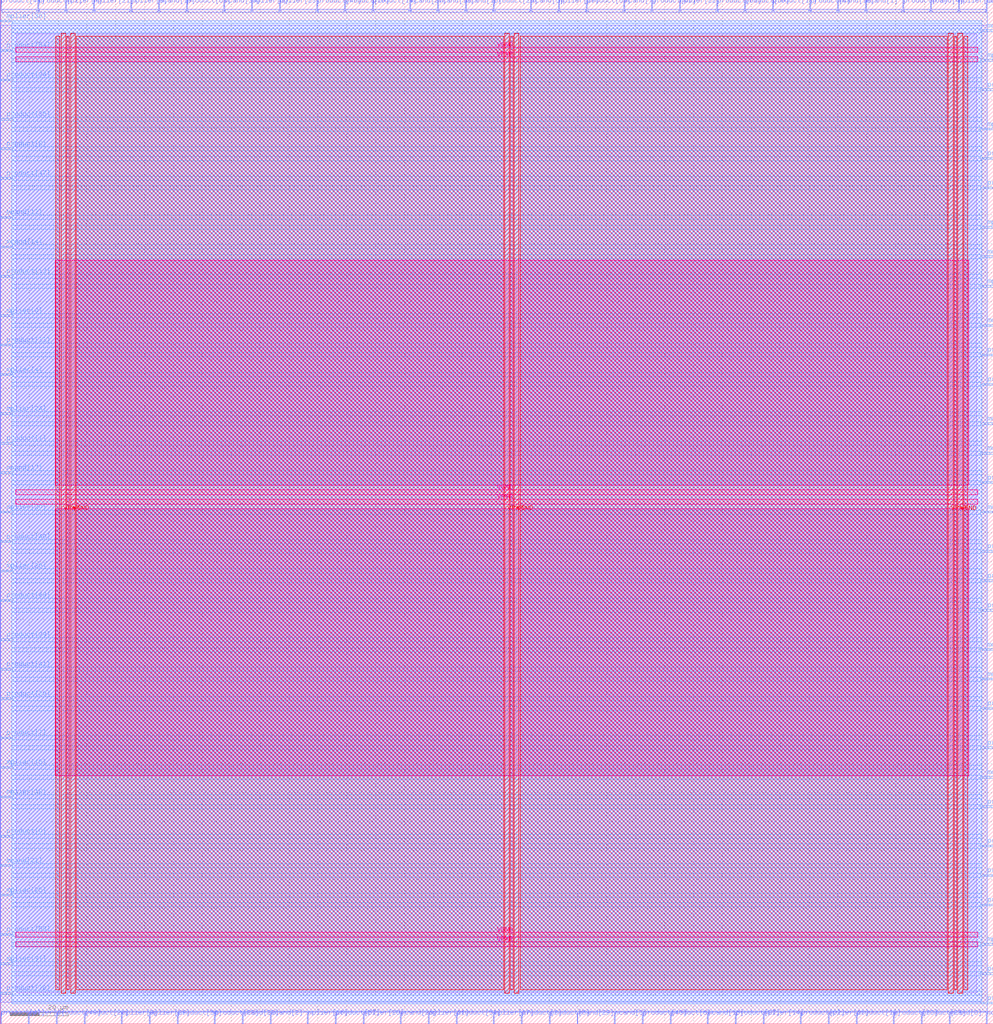
<source format=lef>
VERSION 5.7 ;
  NOWIREEXTENSIONATPIN ON ;
  DIVIDERCHAR "/" ;
  BUSBITCHARS "[]" ;
MACRO mult_comb_32x32
  CLASS BLOCK ;
  FOREIGN mult_comb_32x32 ;
  ORIGIN 0.000 0.000 ;
  SIZE 343.765 BY 354.485 ;
  PIN VGND
    DIRECTION INOUT ;
    USE GROUND ;
    PORT
      LAYER met4 ;
        RECT 24.340 10.640 25.940 342.960 ;
    END
    PORT
      LAYER met4 ;
        RECT 177.940 10.640 179.540 342.960 ;
    END
    PORT
      LAYER met4 ;
        RECT 331.540 10.640 333.140 342.960 ;
    END
    PORT
      LAYER met5 ;
        RECT 5.280 30.030 338.340 31.630 ;
    END
    PORT
      LAYER met5 ;
        RECT 5.280 183.210 338.340 184.810 ;
    END
    PORT
      LAYER met5 ;
        RECT 5.280 336.390 338.340 337.990 ;
    END
  END VGND
  PIN VPWR
    DIRECTION INOUT ;
    USE POWER ;
    PORT
      LAYER met4 ;
        RECT 21.040 10.640 22.640 342.960 ;
    END
    PORT
      LAYER met4 ;
        RECT 174.640 10.640 176.240 342.960 ;
    END
    PORT
      LAYER met4 ;
        RECT 328.240 10.640 329.840 342.960 ;
    END
    PORT
      LAYER met5 ;
        RECT 5.280 26.730 338.340 28.330 ;
    END
    PORT
      LAYER met5 ;
        RECT 5.280 179.910 338.340 181.510 ;
    END
    PORT
      LAYER met5 ;
        RECT 5.280 333.090 338.340 334.690 ;
    END
  END VPWR
  PIN mcand[0]
    DIRECTION INPUT ;
    USE SIGNAL ;
    ANTENNAGATEAREA 0.426000 ;
    PORT
      LAYER met3 ;
        RECT 339.765 343.440 343.765 344.040 ;
    END
  END mcand[0]
  PIN mcand[10]
    DIRECTION INPUT ;
    USE SIGNAL ;
    ANTENNAGATEAREA 0.159000 ;
    PORT
      LAYER met3 ;
        RECT 339.765 129.240 343.765 129.840 ;
    END
  END mcand[10]
  PIN mcand[11]
    DIRECTION INPUT ;
    USE SIGNAL ;
    ANTENNAGATEAREA 0.247500 ;
    PORT
      LAYER met3 ;
        RECT 339.765 197.240 343.765 197.840 ;
    END
  END mcand[11]
  PIN mcand[12]
    DIRECTION INPUT ;
    USE SIGNAL ;
    ANTENNAGATEAREA 0.213000 ;
    PORT
      LAYER met3 ;
        RECT 0.000 278.840 4.000 279.440 ;
    END
  END mcand[12]
  PIN mcand[13]
    DIRECTION INPUT ;
    USE SIGNAL ;
    ANTENNAGATEAREA 0.247500 ;
    PORT
      LAYER met2 ;
        RECT 151.430 350.485 151.710 354.485 ;
    END
  END mcand[13]
  PIN mcand[14]
    DIRECTION INPUT ;
    USE SIGNAL ;
    ANTENNAGATEAREA 0.247500 ;
    PORT
      LAYER met3 ;
        RECT 0.000 268.640 4.000 269.240 ;
    END
  END mcand[14]
  PIN mcand[15]
    DIRECTION INPUT ;
    USE SIGNAL ;
    ANTENNAGATEAREA 0.159000 ;
    PORT
      LAYER met2 ;
        RECT 161.090 350.485 161.370 354.485 ;
    END
  END mcand[15]
  PIN mcand[16]
    DIRECTION INPUT ;
    USE SIGNAL ;
    ANTENNAGATEAREA 0.213000 ;
    PORT
      LAYER met2 ;
        RECT 244.810 0.000 245.090 4.000 ;
    END
  END mcand[16]
  PIN mcand[17]
    DIRECTION INPUT ;
    USE SIGNAL ;
    ANTENNAGATEAREA 0.213000 ;
    PORT
      LAYER met3 ;
        RECT 0.000 190.440 4.000 191.040 ;
    END
  END mcand[17]
  PIN mcand[18]
    DIRECTION INPUT ;
    USE SIGNAL ;
    ANTENNAGATEAREA 0.247500 ;
    PORT
      LAYER met2 ;
        RECT 289.890 350.485 290.170 354.485 ;
    END
  END mcand[18]
  PIN mcand[19]
    DIRECTION INPUT ;
    USE SIGNAL ;
    ANTENNAGATEAREA 0.247500 ;
    PORT
      LAYER met2 ;
        RECT 54.830 350.485 55.110 354.485 ;
    END
  END mcand[19]
  PIN mcand[1]
    DIRECTION INPUT ;
    USE SIGNAL ;
    ANTENNAGATEAREA 0.159000 ;
    PORT
      LAYER met2 ;
        RECT 299.550 350.485 299.830 354.485 ;
    END
  END mcand[1]
  PIN mcand[20]
    DIRECTION INPUT ;
    USE SIGNAL ;
    ANTENNAGATEAREA 0.247500 ;
    PORT
      LAYER met2 ;
        RECT 341.410 0.000 341.690 4.000 ;
    END
  END mcand[20]
  PIN mcand[21]
    DIRECTION INPUT ;
    USE SIGNAL ;
    ANTENNAGATEAREA 0.213000 ;
    PORT
      LAYER met3 ;
        RECT 0.000 54.440 4.000 55.040 ;
    END
  END mcand[21]
  PIN mcand[22]
    DIRECTION INPUT ;
    USE SIGNAL ;
    ANTENNAGATEAREA 0.213000 ;
    PORT
      LAYER met2 ;
        RECT 83.810 0.000 84.090 4.000 ;
    END
  END mcand[22]
  PIN mcand[23]
    DIRECTION INPUT ;
    USE SIGNAL ;
    ANTENNAGATEAREA 0.213000 ;
    PORT
      LAYER met3 ;
        RECT 339.765 119.040 343.765 119.640 ;
    END
  END mcand[23]
  PIN mcand[24]
    DIRECTION INPUT ;
    USE SIGNAL ;
    ANTENNAGATEAREA 0.247500 ;
    PORT
      LAYER met2 ;
        RECT 341.410 350.485 341.690 354.485 ;
    END
  END mcand[24]
  PIN mcand[25]
    DIRECTION INPUT ;
    USE SIGNAL ;
    ANTENNAGATEAREA 0.159000 ;
    PORT
      LAYER met3 ;
        RECT 339.765 85.040 343.765 85.640 ;
    END
  END mcand[25]
  PIN mcand[26]
    DIRECTION INPUT ;
    USE SIGNAL ;
    ANTENNAGATEAREA 0.247500 ;
    PORT
      LAYER met2 ;
        RECT 138.550 0.000 138.830 4.000 ;
    END
  END mcand[26]
  PIN mcand[27]
    DIRECTION INPUT ;
    USE SIGNAL ;
    ANTENNAGATEAREA 0.159000 ;
    PORT
      LAYER met2 ;
        RECT 141.770 350.485 142.050 354.485 ;
    END
  END mcand[27]
  PIN mcand[28]
    DIRECTION INPUT ;
    USE SIGNAL ;
    ANTENNAGATEAREA 0.213000 ;
    PORT
      LAYER met3 ;
        RECT 339.765 265.240 343.765 265.840 ;
    END
  END mcand[28]
  PIN mcand[29]
    DIRECTION INPUT ;
    USE SIGNAL ;
    ANTENNAGATEAREA 0.247500 ;
    PORT
      LAYER met2 ;
        RECT 199.730 0.000 200.010 4.000 ;
    END
  END mcand[29]
  PIN mcand[2]
    DIRECTION INPUT ;
    USE SIGNAL ;
    ANTENNAGATEAREA 0.196500 ;
    PORT
      LAYER met2 ;
        RECT 93.470 0.000 93.750 4.000 ;
    END
  END mcand[2]
  PIN mcand[30]
    DIRECTION INPUT ;
    USE SIGNAL ;
    ANTENNAGATEAREA 0.196500 ;
    PORT
      LAYER met2 ;
        RECT 77.370 350.485 77.650 354.485 ;
    END
  END mcand[30]
  PIN mcand[31]
    DIRECTION INPUT ;
    USE SIGNAL ;
    ANTENNAGATEAREA 0.196500 ;
    PORT
      LAYER met3 ;
        RECT 339.765 207.440 343.765 208.040 ;
    END
  END mcand[31]
  PIN mcand[3]
    DIRECTION INPUT ;
    USE SIGNAL ;
    ANTENNAGATEAREA 0.196500 ;
    PORT
      LAYER met2 ;
        RECT 212.610 0.000 212.890 4.000 ;
    END
  END mcand[3]
  PIN mcand[4]
    DIRECTION INPUT ;
    USE SIGNAL ;
    ANTENNAGATEAREA 0.426000 ;
    PORT
      LAYER met2 ;
        RECT 322.090 350.485 322.370 354.485 ;
    END
  END mcand[4]
  PIN mcand[5]
    DIRECTION INPUT ;
    USE SIGNAL ;
    ANTENNAGATEAREA 0.213000 ;
    PORT
      LAYER met2 ;
        RECT 183.630 350.485 183.910 354.485 ;
    END
  END mcand[5]
  PIN mcand[6]
    DIRECTION INPUT ;
    USE SIGNAL ;
    ANTENNAGATEAREA 0.213000 ;
    PORT
      LAYER met3 ;
        RECT 339.765 241.440 343.765 242.040 ;
    END
  END mcand[6]
  PIN mcand[7]
    DIRECTION INPUT ;
    USE SIGNAL ;
    ANTENNAGATEAREA 0.213000 ;
    PORT
      LAYER met2 ;
        RECT 215.830 350.485 216.110 354.485 ;
    END
  END mcand[7]
  PIN mcand[8]
    DIRECTION INPUT ;
    USE SIGNAL ;
    ANTENNAGATEAREA 0.247500 ;
    PORT
      LAYER met2 ;
        RECT 328.530 0.000 328.810 4.000 ;
    END
  END mcand[8]
  PIN mcand[9]
    DIRECTION INPUT ;
    USE SIGNAL ;
    ANTENNAGATEAREA 0.213000 ;
    PORT
      LAYER met3 ;
        RECT 339.765 176.840 343.765 177.440 ;
    END
  END mcand[9]
  PIN mplier[0]
    DIRECTION INPUT ;
    USE SIGNAL ;
    ANTENNAGATEAREA 0.213000 ;
    PORT
      LAYER met3 ;
        RECT 0.000 244.840 4.000 245.440 ;
    END
  END mplier[0]
  PIN mplier[10]
    DIRECTION INPUT ;
    USE SIGNAL ;
    ANTENNAGATEAREA 0.247500 ;
    PORT
      LAYER met3 ;
        RECT 339.765 255.040 343.765 255.640 ;
    END
  END mplier[10]
  PIN mplier[11]
    DIRECTION INPUT ;
    USE SIGNAL ;
    ANTENNAGATEAREA 0.213000 ;
    PORT
      LAYER met2 ;
        RECT 148.210 0.000 148.490 4.000 ;
    END
  END mplier[11]
  PIN mplier[12]
    DIRECTION INPUT ;
    USE SIGNAL ;
    ANTENNAGATEAREA 0.213000 ;
    PORT
      LAYER met2 ;
        RECT 331.750 350.485 332.030 354.485 ;
    END
  END mplier[12]
  PIN mplier[13]
    DIRECTION INPUT ;
    USE SIGNAL ;
    ANTENNAGATEAREA 0.247500 ;
    PORT
      LAYER met2 ;
        RECT 286.670 0.000 286.950 4.000 ;
    END
  END mplier[13]
  PIN mplier[14]
    DIRECTION INPUT ;
    USE SIGNAL ;
    ANTENNAGATEAREA 0.213000 ;
    PORT
      LAYER met2 ;
        RECT 264.130 0.000 264.410 4.000 ;
    END
  END mplier[14]
  PIN mplier[15]
    DIRECTION INPUT ;
    USE SIGNAL ;
    ANTENNAGATEAREA 0.196500 ;
    PORT
      LAYER met3 ;
        RECT 0.000 88.440 4.000 89.040 ;
    END
  END mplier[15]
  PIN mplier[16]
    DIRECTION INPUT ;
    USE SIGNAL ;
    ANTENNAGATEAREA 0.213000 ;
    PORT
      LAYER met2 ;
        RECT 106.350 0.000 106.630 4.000 ;
    END
  END mplier[16]
  PIN mplier[17]
    DIRECTION INPUT ;
    USE SIGNAL ;
    ANTENNAGATEAREA 0.159000 ;
    PORT
      LAYER met2 ;
        RECT 170.750 0.000 171.030 4.000 ;
    END
  END mplier[17]
  PIN mplier[18]
    DIRECTION INPUT ;
    USE SIGNAL ;
    ANTENNAGATEAREA 0.213000 ;
    PORT
      LAYER met3 ;
        RECT 0.000 78.240 4.000 78.840 ;
    END
  END mplier[18]
  PIN mplier[19]
    DIRECTION INPUT ;
    USE SIGNAL ;
    ANTENNAGATEAREA 0.247500 ;
    PORT
      LAYER met2 ;
        RECT 193.290 350.485 193.570 354.485 ;
    END
  END mplier[19]
  PIN mplier[1]
    DIRECTION INPUT ;
    USE SIGNAL ;
    ANTENNAGATEAREA 0.159000 ;
    PORT
      LAYER met2 ;
        RECT 9.750 0.000 10.030 4.000 ;
    END
  END mplier[1]
  PIN mplier[20]
    DIRECTION INPUT ;
    USE SIGNAL ;
    ANTENNAGATEAREA 0.213000 ;
    PORT
      LAYER met3 ;
        RECT 0.000 176.840 4.000 177.440 ;
    END
  END mplier[20]
  PIN mplier[21]
    DIRECTION INPUT ;
    USE SIGNAL ;
    ANTENNAGATEAREA 0.213000 ;
    PORT
      LAYER met2 ;
        RECT 32.290 350.485 32.570 354.485 ;
    END
  END mplier[21]
  PIN mplier[22]
    DIRECTION INPUT ;
    USE SIGNAL ;
    ANTENNAGATEAREA 0.213000 ;
    PORT
      LAYER met2 ;
        RECT 235.150 350.485 235.430 354.485 ;
    END
  END mplier[22]
  PIN mplier[23]
    DIRECTION INPUT ;
    USE SIGNAL ;
    ANTENNAGATEAREA 0.159000 ;
    PORT
      LAYER met2 ;
        RECT 96.690 350.485 96.970 354.485 ;
    END
  END mplier[23]
  PIN mplier[24]
    DIRECTION INPUT ;
    USE SIGNAL ;
    ANTENNAGATEAREA 0.213000 ;
    PORT
      LAYER met3 ;
        RECT 0.000 210.840 4.000 211.440 ;
    END
  END mplier[24]
  PIN mplier[25]
    DIRECTION INPUT ;
    USE SIGNAL ;
    ANTENNAGATEAREA 0.126000 ;
    PORT
      LAYER met3 ;
        RECT 0.000 44.240 4.000 44.840 ;
    END
  END mplier[25]
  PIN mplier[26]
    DIRECTION INPUT ;
    USE SIGNAL ;
    ANTENNAGATEAREA 0.159000 ;
    PORT
      LAYER met3 ;
        RECT 0.000 156.440 4.000 157.040 ;
    END
  END mplier[26]
  PIN mplier[27]
    DIRECTION INPUT ;
    USE SIGNAL ;
    ANTENNAGATEAREA 0.213000 ;
    PORT
      LAYER met3 ;
        RECT 339.765 27.240 343.765 27.840 ;
    END
  END mplier[27]
  PIN mplier[28]
    DIRECTION INPUT ;
    USE SIGNAL ;
    ANTENNAGATEAREA 0.213000 ;
    PORT
      LAYER met2 ;
        RECT 125.670 0.000 125.950 4.000 ;
    END
  END mplier[28]
  PIN mplier[29]
    DIRECTION INPUT ;
    USE SIGNAL ;
    ANTENNAGATEAREA 0.126000 ;
    PORT
      LAYER met2 ;
        RECT 51.610 0.000 51.890 4.000 ;
    END
  END mplier[29]
  PIN mplier[2]
    DIRECTION INPUT ;
    USE SIGNAL ;
    ANTENNAGATEAREA 0.247500 ;
    PORT
      LAYER met3 ;
        RECT 339.765 333.240 343.765 333.840 ;
    END
  END mplier[2]
  PIN mplier[30]
    DIRECTION INPUT ;
    USE SIGNAL ;
    ANTENNAGATEAREA 0.159000 ;
    PORT
      LAYER met3 ;
        RECT 0.000 346.840 4.000 347.440 ;
    END
  END mplier[30]
  PIN mplier[31]
    DIRECTION INPUT ;
    USE SIGNAL ;
    ANTENNAGATEAREA 0.213000 ;
    PORT
      LAYER met3 ;
        RECT 0.000 20.440 4.000 21.040 ;
    END
  END mplier[31]
  PIN mplier[3]
    DIRECTION INPUT ;
    USE SIGNAL ;
    ANTENNAGATEAREA 0.213000 ;
    PORT
      LAYER met2 ;
        RECT 87.030 350.485 87.310 354.485 ;
    END
  END mplier[3]
  PIN mplier[4]
    DIRECTION INPUT ;
    USE SIGNAL ;
    ANTENNAGATEAREA 0.159000 ;
    PORT
      LAYER met3 ;
        RECT 0.000 224.440 4.000 225.040 ;
    END
  END mplier[4]
  PIN mplier[5]
    DIRECTION INPUT ;
    USE SIGNAL ;
    ANTENNAGATEAREA 0.159000 ;
    PORT
      LAYER met3 ;
        RECT 339.765 309.440 343.765 310.040 ;
    END
  END mplier[5]
  PIN mplier[6]
    DIRECTION INPUT ;
    USE SIGNAL ;
    ANTENNAGATEAREA 0.213000 ;
    PORT
      LAYER met3 ;
        RECT 339.765 275.440 343.765 276.040 ;
    END
  END mplier[6]
  PIN mplier[7]
    DIRECTION INPUT ;
    USE SIGNAL ;
    ANTENNAGATEAREA 0.247500 ;
    PORT
      LAYER met2 ;
        RECT 22.630 350.485 22.910 354.485 ;
    END
  END mplier[7]
  PIN mplier[8]
    DIRECTION INPUT ;
    USE SIGNAL ;
    ANTENNAGATEAREA 0.159000 ;
    PORT
      LAYER met2 ;
        RECT 45.170 350.485 45.450 354.485 ;
    END
  END mplier[8]
  PIN mplier[9]
    DIRECTION INPUT ;
    USE SIGNAL ;
    ANTENNAGATEAREA 0.213000 ;
    PORT
      LAYER met2 ;
        RECT 41.950 0.000 42.230 4.000 ;
    END
  END mplier[9]
  PIN product[0]
    DIRECTION OUTPUT TRISTATE ;
    USE SIGNAL ;
    ANTENNADIFFAREA 0.795200 ;
    PORT
      LAYER met3 ;
        RECT 0.000 64.640 4.000 65.240 ;
    END
  END product[0]
  PIN product[10]
    DIRECTION OUTPUT TRISTATE ;
    USE SIGNAL ;
    ANTENNADIFFAREA 0.795200 ;
    PORT
      LAYER met2 ;
        RECT 119.230 350.485 119.510 354.485 ;
    END
  END product[10]
  PIN product[11]
    DIRECTION OUTPUT TRISTATE ;
    USE SIGNAL ;
    ANTENNADIFFAREA 0.795200 ;
    PORT
      LAYER met3 ;
        RECT 339.765 142.840 343.765 143.440 ;
    END
  END product[11]
  PIN product[12]
    DIRECTION OUTPUT TRISTATE ;
    USE SIGNAL ;
    ANTENNADIFFAREA 0.795200 ;
    PORT
      LAYER met3 ;
        RECT 339.765 95.240 343.765 95.840 ;
    END
  END product[12]
  PIN product[13]
    DIRECTION OUTPUT TRISTATE ;
    USE SIGNAL ;
    ANTENNADIFFAREA 0.795200 ;
    PORT
      LAYER met3 ;
        RECT 0.000 258.440 4.000 259.040 ;
    END
  END product[13]
  PIN product[14]
    DIRECTION OUTPUT TRISTATE ;
    USE SIGNAL ;
    ANTENNADIFFAREA 0.795200 ;
    PORT
      LAYER met2 ;
        RECT 128.890 350.485 129.170 354.485 ;
    END
  END product[14]
  PIN product[15]
    DIRECTION OUTPUT TRISTATE ;
    USE SIGNAL ;
    ANTENNADIFFAREA 0.445500 ;
    PORT
      LAYER met3 ;
        RECT 339.765 6.840 343.765 7.440 ;
    END
  END product[15]
  PIN product[16]
    DIRECTION OUTPUT TRISTATE ;
    USE SIGNAL ;
    ANTENNADIFFAREA 0.445500 ;
    PORT
      LAYER met3 ;
        RECT 339.765 108.840 343.765 109.440 ;
    END
  END product[16]
  PIN product[17]
    DIRECTION OUTPUT TRISTATE ;
    USE SIGNAL ;
    ANTENNADIFFAREA 0.795200 ;
    PORT
      LAYER met2 ;
        RECT 267.350 350.485 267.630 354.485 ;
    END
  END product[17]
  PIN product[18]
    DIRECTION OUTPUT TRISTATE ;
    USE SIGNAL ;
    ANTENNADIFFAREA 0.795200 ;
    PORT
      LAYER met3 ;
        RECT 339.765 61.240 343.765 61.840 ;
    END
  END product[18]
  PIN product[19]
    DIRECTION OUTPUT TRISTATE ;
    USE SIGNAL ;
    ANTENNADIFFAREA 0.795200 ;
    PORT
      LAYER met2 ;
        RECT 296.330 0.000 296.610 4.000 ;
    END
  END product[19]
  PIN product[1]
    DIRECTION OUTPUT TRISTATE ;
    USE SIGNAL ;
    ANTENNADIFFAREA 0.795200 ;
    PORT
      LAYER met3 ;
        RECT 0.000 200.640 4.000 201.240 ;
    END
  END product[1]
  PIN product[20]
    DIRECTION OUTPUT TRISTATE ;
    USE SIGNAL ;
    ANTENNADIFFAREA 0.795200 ;
    PORT
      LAYER met3 ;
        RECT 0.000 10.240 4.000 10.840 ;
    END
  END product[20]
  PIN product[21]
    DIRECTION OUTPUT TRISTATE ;
    USE SIGNAL ;
    ANTENNADIFFAREA 0.795200 ;
    PORT
      LAYER met3 ;
        RECT 339.765 323.040 343.765 323.640 ;
    END
  END product[21]
  PIN product[22]
    DIRECTION OUTPUT TRISTATE ;
    USE SIGNAL ;
    ANTENNADIFFAREA 0.795200 ;
    PORT
      LAYER met2 ;
        RECT 74.150 0.000 74.430 4.000 ;
    END
  END product[22]
  PIN product[23]
    DIRECTION OUTPUT TRISTATE ;
    USE SIGNAL ;
    ANTENNADIFFAREA 0.795200 ;
    PORT
      LAYER met3 ;
        RECT 339.765 40.840 343.765 41.440 ;
    END
  END product[23]
  PIN product[24]
    DIRECTION OUTPUT TRISTATE ;
    USE SIGNAL ;
    ANTENNADIFFAREA 0.795200 ;
    PORT
      LAYER met3 ;
        RECT 0.000 326.440 4.000 327.040 ;
    END
  END product[24]
  PIN product[25]
    DIRECTION OUTPUT TRISTATE ;
    USE SIGNAL ;
    ANTENNADIFFAREA 0.795200 ;
    PORT
      LAYER met2 ;
        RECT 318.870 0.000 319.150 4.000 ;
    END
  END product[25]
  PIN product[26]
    DIRECTION OUTPUT TRISTATE ;
    USE SIGNAL ;
    ANTENNADIFFAREA 0.795200 ;
    PORT
      LAYER met2 ;
        RECT 170.750 350.485 171.030 354.485 ;
    END
  END product[26]
  PIN product[27]
    DIRECTION OUTPUT TRISTATE ;
    USE SIGNAL ;
    ANTENNADIFFAREA 0.795200 ;
    PORT
      LAYER met2 ;
        RECT 254.470 0.000 254.750 4.000 ;
    END
  END product[27]
  PIN product[28]
    DIRECTION OUTPUT TRISTATE ;
    USE SIGNAL ;
    ANTENNADIFFAREA 0.795200 ;
    PORT
      LAYER met2 ;
        RECT 29.070 0.000 29.350 4.000 ;
    END
  END product[28]
  PIN product[29]
    DIRECTION OUTPUT TRISTATE ;
    USE SIGNAL ;
    ANTENNADIFFAREA 0.795200 ;
    PORT
      LAYER met3 ;
        RECT 0.000 132.640 4.000 133.240 ;
    END
  END product[29]
  PIN product[2]
    DIRECTION OUTPUT TRISTATE ;
    USE SIGNAL ;
    ANTENNADIFFAREA 0.445500 ;
    PORT
      LAYER met3 ;
        RECT 339.765 17.040 343.765 17.640 ;
    END
  END product[2]
  PIN product[30]
    DIRECTION OUTPUT TRISTATE ;
    USE SIGNAL ;
    ANTENNADIFFAREA 0.795200 ;
    PORT
      LAYER met3 ;
        RECT 0.000 112.240 4.000 112.840 ;
    END
  END product[30]
  PIN product[31]
    DIRECTION OUTPUT TRISTATE ;
    USE SIGNAL ;
    ANTENNADIFFAREA 0.445500 ;
    PORT
      LAYER met3 ;
        RECT 339.765 153.040 343.765 153.640 ;
    END
  END product[31]
  PIN product[32]
    DIRECTION OUTPUT TRISTATE ;
    USE SIGNAL ;
    ANTENNADIFFAREA 0.795200 ;
    PORT
      LAYER met2 ;
        RECT 277.010 0.000 277.290 4.000 ;
    END
  END product[32]
  PIN product[33]
    DIRECTION OUTPUT TRISTATE ;
    USE SIGNAL ;
    ANTENNADIFFAREA 0.795200 ;
    PORT
      LAYER met3 ;
        RECT 0.000 234.640 4.000 235.240 ;
    END
  END product[33]
  PIN product[34]
    DIRECTION OUTPUT TRISTATE ;
    USE SIGNAL ;
    ANTENNADIFFAREA 0.795200 ;
    PORT
      LAYER met3 ;
        RECT 339.765 74.840 343.765 75.440 ;
    END
  END product[34]
  PIN product[35]
    DIRECTION OUTPUT TRISTATE ;
    USE SIGNAL ;
    ANTENNADIFFAREA 0.795200 ;
    PORT
      LAYER met3 ;
        RECT 0.000 312.840 4.000 313.440 ;
    END
  END product[35]
  PIN product[36]
    DIRECTION OUTPUT TRISTATE ;
    USE SIGNAL ;
    ANTENNADIFFAREA 0.445500 ;
    PORT
      LAYER met3 ;
        RECT 339.765 187.040 343.765 187.640 ;
    END
  END product[36]
  PIN product[37]
    DIRECTION OUTPUT TRISTATE ;
    USE SIGNAL ;
    ANTENNADIFFAREA 0.445500 ;
    PORT
      LAYER met3 ;
        RECT 339.765 289.040 343.765 289.640 ;
    END
  END product[37]
  PIN product[38]
    DIRECTION OUTPUT TRISTATE ;
    USE SIGNAL ;
    ANTENNADIFFAREA 0.795200 ;
    PORT
      LAYER met2 ;
        RECT 309.210 0.000 309.490 4.000 ;
    END
  END product[38]
  PIN product[39]
    DIRECTION OUTPUT TRISTATE ;
    USE SIGNAL ;
    ANTENNADIFFAREA 0.445500 ;
    PORT
      LAYER met3 ;
        RECT 339.765 299.240 343.765 299.840 ;
    END
  END product[39]
  PIN product[3]
    DIRECTION OUTPUT TRISTATE ;
    USE SIGNAL ;
    ANTENNADIFFAREA 0.795200 ;
    PORT
      LAYER met2 ;
        RECT 180.410 0.000 180.690 4.000 ;
    END
  END product[3]
  PIN product[40]
    DIRECTION OUTPUT TRISTATE ;
    USE SIGNAL ;
    ANTENNADIFFAREA 0.795200 ;
    PORT
      LAYER met3 ;
        RECT 0.000 166.640 4.000 167.240 ;
    END
  END product[40]
  PIN product[41]
    DIRECTION OUTPUT TRISTATE ;
    USE SIGNAL ;
    ANTENNADIFFAREA 0.795200 ;
    PORT
      LAYER met3 ;
        RECT 0.000 122.440 4.000 123.040 ;
    END
  END product[41]
  PIN product[42]
    DIRECTION OUTPUT TRISTATE ;
    USE SIGNAL ;
    ANTENNADIFFAREA 0.795200 ;
    PORT
      LAYER met2 ;
        RECT 0.090 0.000 0.370 4.000 ;
    END
  END product[42]
  PIN product[43]
    DIRECTION OUTPUT TRISTATE ;
    USE SIGNAL ;
    ANTENNADIFFAREA 0.795200 ;
    PORT
      LAYER met2 ;
        RECT 222.270 0.000 222.550 4.000 ;
    END
  END product[43]
  PIN product[44]
    DIRECTION OUTPUT TRISTATE ;
    USE SIGNAL ;
    ANTENNADIFFAREA 0.795200 ;
    PORT
      LAYER met2 ;
        RECT 0.090 350.485 0.370 354.485 ;
    END
  END product[44]
  PIN product[45]
    DIRECTION OUTPUT TRISTATE ;
    USE SIGNAL ;
    ANTENNADIFFAREA 0.795200 ;
    PORT
      LAYER met2 ;
        RECT 109.570 350.485 109.850 354.485 ;
    END
  END product[45]
  PIN product[46]
    DIRECTION OUTPUT TRISTATE ;
    USE SIGNAL ;
    ANTENNADIFFAREA 0.795200 ;
    PORT
      LAYER met2 ;
        RECT 225.490 350.485 225.770 354.485 ;
    END
  END product[46]
  PIN product[47]
    DIRECTION OUTPUT TRISTATE ;
    USE SIGNAL ;
    ANTENNADIFFAREA 0.795200 ;
    PORT
      LAYER met3 ;
        RECT 0.000 292.440 4.000 293.040 ;
    END
  END product[47]
  PIN product[48]
    DIRECTION OUTPUT TRISTATE ;
    USE SIGNAL ;
    ANTENNADIFFAREA 0.795200 ;
    PORT
      LAYER met3 ;
        RECT 0.000 146.240 4.000 146.840 ;
    END
  END product[48]
  PIN product[49]
    DIRECTION OUTPUT TRISTATE ;
    USE SIGNAL ;
    ANTENNADIFFAREA 0.795200 ;
    PORT
      LAYER met2 ;
        RECT 19.410 0.000 19.690 4.000 ;
    END
  END product[49]
  PIN product[4]
    DIRECTION OUTPUT TRISTATE ;
    USE SIGNAL ;
    ANTENNADIFFAREA 0.795200 ;
    PORT
      LAYER met2 ;
        RECT 280.230 350.485 280.510 354.485 ;
    END
  END product[4]
  PIN product[50]
    DIRECTION OUTPUT TRISTATE ;
    USE SIGNAL ;
    ANTENNADIFFAREA 0.445500 ;
    PORT
      LAYER met2 ;
        RECT 202.950 350.485 203.230 354.485 ;
    END
  END product[50]
  PIN product[51]
    DIRECTION OUTPUT TRISTATE ;
    USE SIGNAL ;
    ANTENNADIFFAREA 0.795200 ;
    PORT
      LAYER met2 ;
        RECT 157.870 0.000 158.150 4.000 ;
    END
  END product[51]
  PIN product[52]
    DIRECTION OUTPUT TRISTATE ;
    USE SIGNAL ;
    ANTENNADIFFAREA 0.795200 ;
    PORT
      LAYER met2 ;
        RECT 312.430 350.485 312.710 354.485 ;
    END
  END product[52]
  PIN product[53]
    DIRECTION OUTPUT TRISTATE ;
    USE SIGNAL ;
    ANTENNADIFFAREA 0.445500 ;
    PORT
      LAYER met3 ;
        RECT 339.765 51.040 343.765 51.640 ;
    END
  END product[53]
  PIN product[54]
    DIRECTION OUTPUT TRISTATE ;
    USE SIGNAL ;
    ANTENNADIFFAREA 0.795200 ;
    PORT
      LAYER met3 ;
        RECT 0.000 336.640 4.000 337.240 ;
    END
  END product[54]
  PIN product[55]
    DIRECTION OUTPUT TRISTATE ;
    USE SIGNAL ;
    ANTENNADIFFAREA 0.445500 ;
    PORT
      LAYER met3 ;
        RECT 339.765 221.040 343.765 221.640 ;
    END
  END product[55]
  PIN product[56]
    DIRECTION OUTPUT TRISTATE ;
    USE SIGNAL ;
    ANTENNADIFFAREA 0.795200 ;
    PORT
      LAYER met2 ;
        RECT 61.270 0.000 61.550 4.000 ;
    END
  END product[56]
  PIN product[57]
    DIRECTION OUTPUT TRISTATE ;
    USE SIGNAL ;
    ANTENNADIFFAREA 0.795200 ;
    PORT
      LAYER met2 ;
        RECT 116.010 0.000 116.290 4.000 ;
    END
  END product[57]
  PIN product[58]
    DIRECTION OUTPUT TRISTATE ;
    USE SIGNAL ;
    ANTENNADIFFAREA 0.795200 ;
    PORT
      LAYER met3 ;
        RECT 0.000 30.640 4.000 31.240 ;
    END
  END product[58]
  PIN product[59]
    DIRECTION OUTPUT TRISTATE ;
    USE SIGNAL ;
    ANTENNADIFFAREA 0.445500 ;
    PORT
      LAYER met3 ;
        RECT 339.765 231.240 343.765 231.840 ;
    END
  END product[59]
  PIN product[5]
    DIRECTION OUTPUT TRISTATE ;
    USE SIGNAL ;
    ANTENNADIFFAREA 0.795200 ;
    PORT
      LAYER met2 ;
        RECT 190.070 0.000 190.350 4.000 ;
    END
  END product[5]
  PIN product[60]
    DIRECTION OUTPUT TRISTATE ;
    USE SIGNAL ;
    ANTENNADIFFAREA 0.445500 ;
    PORT
      LAYER met2 ;
        RECT 257.690 350.485 257.970 354.485 ;
    END
  END product[60]
  PIN product[61]
    DIRECTION OUTPUT TRISTATE ;
    USE SIGNAL ;
    ANTENNADIFFAREA 0.795200 ;
    PORT
      LAYER met2 ;
        RECT 248.030 350.485 248.310 354.485 ;
    END
  END product[61]
  PIN product[62]
    DIRECTION OUTPUT TRISTATE ;
    USE SIGNAL ;
    ANTENNADIFFAREA 0.795200 ;
    PORT
      LAYER met2 ;
        RECT 12.970 350.485 13.250 354.485 ;
    END
  END product[62]
  PIN product[63]
    DIRECTION OUTPUT TRISTATE ;
    USE SIGNAL ;
    ANTENNADIFFAREA 0.445500 ;
    PORT
      LAYER met2 ;
        RECT 64.490 350.485 64.770 354.485 ;
    END
  END product[63]
  PIN product[6]
    DIRECTION OUTPUT TRISTATE ;
    USE SIGNAL ;
    ANTENNADIFFAREA 0.795200 ;
    PORT
      LAYER met2 ;
        RECT 231.930 0.000 232.210 4.000 ;
    END
  END product[6]
  PIN product[7]
    DIRECTION OUTPUT TRISTATE ;
    USE SIGNAL ;
    ANTENNADIFFAREA 0.795200 ;
    PORT
      LAYER met3 ;
        RECT 0.000 98.640 4.000 99.240 ;
    END
  END product[7]
  PIN product[8]
    DIRECTION OUTPUT TRISTATE ;
    USE SIGNAL ;
    ANTENNADIFFAREA 0.795200 ;
    PORT
      LAYER met3 ;
        RECT 0.000 302.640 4.000 303.240 ;
    END
  END product[8]
  PIN product[9]
    DIRECTION OUTPUT TRISTATE ;
    USE SIGNAL ;
    ANTENNADIFFAREA 0.445500 ;
    PORT
      LAYER met3 ;
        RECT 339.765 163.240 343.765 163.840 ;
    END
  END product[9]
  OBS
      LAYER li1 ;
        RECT 5.520 10.795 338.100 342.805 ;
      LAYER met1 ;
        RECT 0.070 7.520 341.710 345.740 ;
      LAYER met2 ;
        RECT 0.650 350.205 12.690 351.290 ;
        RECT 13.530 350.205 22.350 351.290 ;
        RECT 23.190 350.205 32.010 351.290 ;
        RECT 32.850 350.205 44.890 351.290 ;
        RECT 45.730 350.205 54.550 351.290 ;
        RECT 55.390 350.205 64.210 351.290 ;
        RECT 65.050 350.205 77.090 351.290 ;
        RECT 77.930 350.205 86.750 351.290 ;
        RECT 87.590 350.205 96.410 351.290 ;
        RECT 97.250 350.205 109.290 351.290 ;
        RECT 110.130 350.205 118.950 351.290 ;
        RECT 119.790 350.205 128.610 351.290 ;
        RECT 129.450 350.205 141.490 351.290 ;
        RECT 142.330 350.205 151.150 351.290 ;
        RECT 151.990 350.205 160.810 351.290 ;
        RECT 161.650 350.205 170.470 351.290 ;
        RECT 171.310 350.205 183.350 351.290 ;
        RECT 184.190 350.205 193.010 351.290 ;
        RECT 193.850 350.205 202.670 351.290 ;
        RECT 203.510 350.205 215.550 351.290 ;
        RECT 216.390 350.205 225.210 351.290 ;
        RECT 226.050 350.205 234.870 351.290 ;
        RECT 235.710 350.205 247.750 351.290 ;
        RECT 248.590 350.205 257.410 351.290 ;
        RECT 258.250 350.205 267.070 351.290 ;
        RECT 267.910 350.205 279.950 351.290 ;
        RECT 280.790 350.205 289.610 351.290 ;
        RECT 290.450 350.205 299.270 351.290 ;
        RECT 300.110 350.205 312.150 351.290 ;
        RECT 312.990 350.205 321.810 351.290 ;
        RECT 322.650 350.205 331.470 351.290 ;
        RECT 332.310 350.205 341.130 351.290 ;
        RECT 0.100 4.280 341.680 350.205 ;
        RECT 0.650 4.000 9.470 4.280 ;
        RECT 10.310 4.000 19.130 4.280 ;
        RECT 19.970 4.000 28.790 4.280 ;
        RECT 29.630 4.000 41.670 4.280 ;
        RECT 42.510 4.000 51.330 4.280 ;
        RECT 52.170 4.000 60.990 4.280 ;
        RECT 61.830 4.000 73.870 4.280 ;
        RECT 74.710 4.000 83.530 4.280 ;
        RECT 84.370 4.000 93.190 4.280 ;
        RECT 94.030 4.000 106.070 4.280 ;
        RECT 106.910 4.000 115.730 4.280 ;
        RECT 116.570 4.000 125.390 4.280 ;
        RECT 126.230 4.000 138.270 4.280 ;
        RECT 139.110 4.000 147.930 4.280 ;
        RECT 148.770 4.000 157.590 4.280 ;
        RECT 158.430 4.000 170.470 4.280 ;
        RECT 171.310 4.000 180.130 4.280 ;
        RECT 180.970 4.000 189.790 4.280 ;
        RECT 190.630 4.000 199.450 4.280 ;
        RECT 200.290 4.000 212.330 4.280 ;
        RECT 213.170 4.000 221.990 4.280 ;
        RECT 222.830 4.000 231.650 4.280 ;
        RECT 232.490 4.000 244.530 4.280 ;
        RECT 245.370 4.000 254.190 4.280 ;
        RECT 255.030 4.000 263.850 4.280 ;
        RECT 264.690 4.000 276.730 4.280 ;
        RECT 277.570 4.000 286.390 4.280 ;
        RECT 287.230 4.000 296.050 4.280 ;
        RECT 296.890 4.000 308.930 4.280 ;
        RECT 309.770 4.000 318.590 4.280 ;
        RECT 319.430 4.000 328.250 4.280 ;
        RECT 329.090 4.000 341.130 4.280 ;
      LAYER met3 ;
        RECT 4.400 346.440 339.765 347.290 ;
        RECT 3.990 344.440 339.765 346.440 ;
        RECT 3.990 343.040 339.365 344.440 ;
        RECT 3.990 337.640 339.765 343.040 ;
        RECT 4.400 336.240 339.765 337.640 ;
        RECT 3.990 334.240 339.765 336.240 ;
        RECT 3.990 332.840 339.365 334.240 ;
        RECT 3.990 327.440 339.765 332.840 ;
        RECT 4.400 326.040 339.765 327.440 ;
        RECT 3.990 324.040 339.765 326.040 ;
        RECT 3.990 322.640 339.365 324.040 ;
        RECT 3.990 313.840 339.765 322.640 ;
        RECT 4.400 312.440 339.765 313.840 ;
        RECT 3.990 310.440 339.765 312.440 ;
        RECT 3.990 309.040 339.365 310.440 ;
        RECT 3.990 303.640 339.765 309.040 ;
        RECT 4.400 302.240 339.765 303.640 ;
        RECT 3.990 300.240 339.765 302.240 ;
        RECT 3.990 298.840 339.365 300.240 ;
        RECT 3.990 293.440 339.765 298.840 ;
        RECT 4.400 292.040 339.765 293.440 ;
        RECT 3.990 290.040 339.765 292.040 ;
        RECT 3.990 288.640 339.365 290.040 ;
        RECT 3.990 279.840 339.765 288.640 ;
        RECT 4.400 278.440 339.765 279.840 ;
        RECT 3.990 276.440 339.765 278.440 ;
        RECT 3.990 275.040 339.365 276.440 ;
        RECT 3.990 269.640 339.765 275.040 ;
        RECT 4.400 268.240 339.765 269.640 ;
        RECT 3.990 266.240 339.765 268.240 ;
        RECT 3.990 264.840 339.365 266.240 ;
        RECT 3.990 259.440 339.765 264.840 ;
        RECT 4.400 258.040 339.765 259.440 ;
        RECT 3.990 256.040 339.765 258.040 ;
        RECT 3.990 254.640 339.365 256.040 ;
        RECT 3.990 245.840 339.765 254.640 ;
        RECT 4.400 244.440 339.765 245.840 ;
        RECT 3.990 242.440 339.765 244.440 ;
        RECT 3.990 241.040 339.365 242.440 ;
        RECT 3.990 235.640 339.765 241.040 ;
        RECT 4.400 234.240 339.765 235.640 ;
        RECT 3.990 232.240 339.765 234.240 ;
        RECT 3.990 230.840 339.365 232.240 ;
        RECT 3.990 225.440 339.765 230.840 ;
        RECT 4.400 224.040 339.765 225.440 ;
        RECT 3.990 222.040 339.765 224.040 ;
        RECT 3.990 220.640 339.365 222.040 ;
        RECT 3.990 211.840 339.765 220.640 ;
        RECT 4.400 210.440 339.765 211.840 ;
        RECT 3.990 208.440 339.765 210.440 ;
        RECT 3.990 207.040 339.365 208.440 ;
        RECT 3.990 201.640 339.765 207.040 ;
        RECT 4.400 200.240 339.765 201.640 ;
        RECT 3.990 198.240 339.765 200.240 ;
        RECT 3.990 196.840 339.365 198.240 ;
        RECT 3.990 191.440 339.765 196.840 ;
        RECT 4.400 190.040 339.765 191.440 ;
        RECT 3.990 188.040 339.765 190.040 ;
        RECT 3.990 186.640 339.365 188.040 ;
        RECT 3.990 177.840 339.765 186.640 ;
        RECT 4.400 176.440 339.365 177.840 ;
        RECT 3.990 167.640 339.765 176.440 ;
        RECT 4.400 166.240 339.765 167.640 ;
        RECT 3.990 164.240 339.765 166.240 ;
        RECT 3.990 162.840 339.365 164.240 ;
        RECT 3.990 157.440 339.765 162.840 ;
        RECT 4.400 156.040 339.765 157.440 ;
        RECT 3.990 154.040 339.765 156.040 ;
        RECT 3.990 152.640 339.365 154.040 ;
        RECT 3.990 147.240 339.765 152.640 ;
        RECT 4.400 145.840 339.765 147.240 ;
        RECT 3.990 143.840 339.765 145.840 ;
        RECT 3.990 142.440 339.365 143.840 ;
        RECT 3.990 133.640 339.765 142.440 ;
        RECT 4.400 132.240 339.765 133.640 ;
        RECT 3.990 130.240 339.765 132.240 ;
        RECT 3.990 128.840 339.365 130.240 ;
        RECT 3.990 123.440 339.765 128.840 ;
        RECT 4.400 122.040 339.765 123.440 ;
        RECT 3.990 120.040 339.765 122.040 ;
        RECT 3.990 118.640 339.365 120.040 ;
        RECT 3.990 113.240 339.765 118.640 ;
        RECT 4.400 111.840 339.765 113.240 ;
        RECT 3.990 109.840 339.765 111.840 ;
        RECT 3.990 108.440 339.365 109.840 ;
        RECT 3.990 99.640 339.765 108.440 ;
        RECT 4.400 98.240 339.765 99.640 ;
        RECT 3.990 96.240 339.765 98.240 ;
        RECT 3.990 94.840 339.365 96.240 ;
        RECT 3.990 89.440 339.765 94.840 ;
        RECT 4.400 88.040 339.765 89.440 ;
        RECT 3.990 86.040 339.765 88.040 ;
        RECT 3.990 84.640 339.365 86.040 ;
        RECT 3.990 79.240 339.765 84.640 ;
        RECT 4.400 77.840 339.765 79.240 ;
        RECT 3.990 75.840 339.765 77.840 ;
        RECT 3.990 74.440 339.365 75.840 ;
        RECT 3.990 65.640 339.765 74.440 ;
        RECT 4.400 64.240 339.765 65.640 ;
        RECT 3.990 62.240 339.765 64.240 ;
        RECT 3.990 60.840 339.365 62.240 ;
        RECT 3.990 55.440 339.765 60.840 ;
        RECT 4.400 54.040 339.765 55.440 ;
        RECT 3.990 52.040 339.765 54.040 ;
        RECT 3.990 50.640 339.365 52.040 ;
        RECT 3.990 45.240 339.765 50.640 ;
        RECT 4.400 43.840 339.765 45.240 ;
        RECT 3.990 41.840 339.765 43.840 ;
        RECT 3.990 40.440 339.365 41.840 ;
        RECT 3.990 31.640 339.765 40.440 ;
        RECT 4.400 30.240 339.765 31.640 ;
        RECT 3.990 28.240 339.765 30.240 ;
        RECT 3.990 26.840 339.365 28.240 ;
        RECT 3.990 21.440 339.765 26.840 ;
        RECT 4.400 20.040 339.765 21.440 ;
        RECT 3.990 18.040 339.765 20.040 ;
        RECT 3.990 16.640 339.365 18.040 ;
        RECT 3.990 11.240 339.765 16.640 ;
        RECT 4.400 9.840 339.765 11.240 ;
        RECT 3.990 7.840 339.765 9.840 ;
        RECT 3.990 6.975 339.365 7.840 ;
      LAYER met4 ;
        RECT 19.190 11.735 20.640 341.865 ;
        RECT 23.040 11.735 23.940 341.865 ;
        RECT 26.340 11.735 174.240 341.865 ;
        RECT 176.640 11.735 177.540 341.865 ;
        RECT 179.940 11.735 327.840 341.865 ;
        RECT 330.240 11.735 331.140 341.865 ;
        RECT 333.540 11.735 335.010 341.865 ;
      LAYER met5 ;
        RECT 18.980 186.410 335.220 264.300 ;
        RECT 18.980 85.900 335.220 178.310 ;
  END
END mult_comb_32x32
END LIBRARY


</source>
